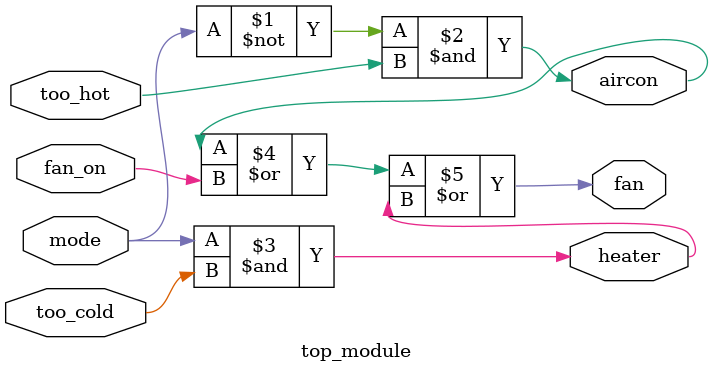
<source format=v>
module top_module (
    input too_cold,
    input too_hot,
    input mode,
    input fan_on,
    output heater,
    output aircon,
    output fan
);
    assign aircon = ( ~mode & too_hot);
    assign heater = ( mode &too_cold );
    assign fan =(aircon|fan_on|heater);
endmodule

</source>
